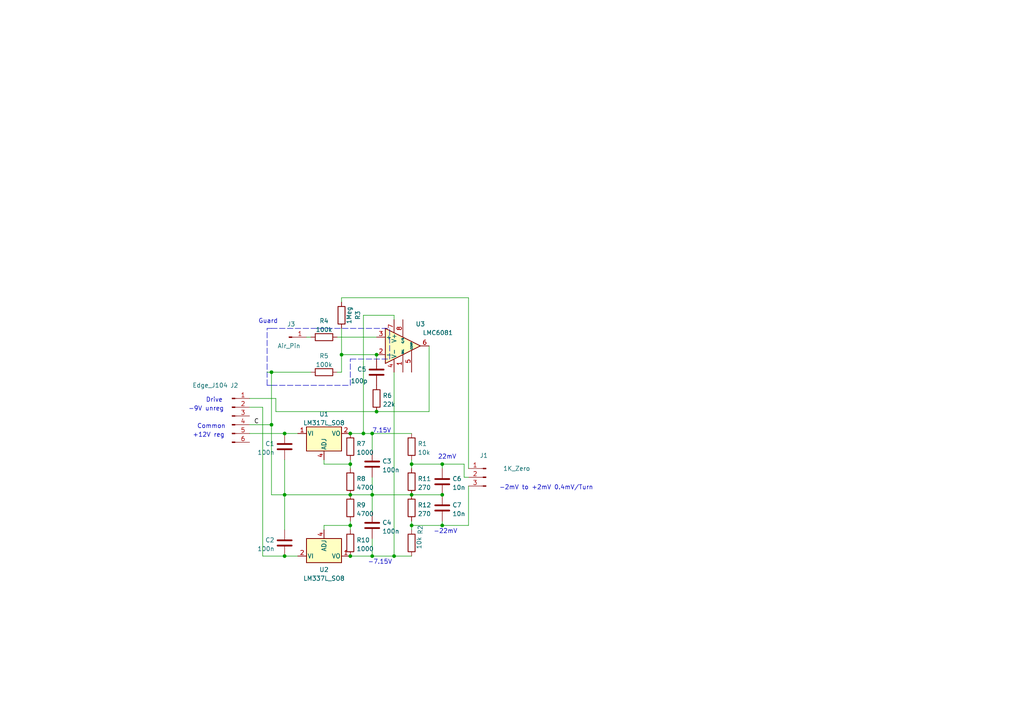
<source format=kicad_sch>
(kicad_sch (version 20211123) (generator eeschema)

  (uuid 5524f4b0-0902-4831-95ab-f231aa5f6674)

  (paper "A4")

  (lib_symbols
    (symbol "Amplifier_Operational:LT1012" (pin_names (offset 0.127)) (in_bom yes) (on_board yes)
      (property "Reference" "U" (id 0) (at 1.27 6.35 0)
        (effects (font (size 1.27 1.27)) (justify left))
      )
      (property "Value" "LT1012" (id 1) (at 1.27 3.81 0)
        (effects (font (size 1.27 1.27)) (justify left))
      )
      (property "Footprint" "" (id 2) (at 1.27 1.27 0)
        (effects (font (size 1.27 1.27)) hide)
      )
      (property "Datasheet" "https://www.analog.com/media/en/technical-documentation/data-sheets/lt1012.pdf" (id 3) (at 1.27 3.81 0)
        (effects (font (size 1.27 1.27)) hide)
      )
      (property "ki_keywords" "single opamp" (id 4) (at 0 0 0)
        (effects (font (size 1.27 1.27)) hide)
      )
      (property "ki_description" "Single Picoamp Input Current, Microvolt Offset, Low Noise Op Amp, DIP-8/SOIC-8/TO-5-8" (id 5) (at 0 0 0)
        (effects (font (size 1.27 1.27)) hide)
      )
      (property "ki_fp_filters" "DIP*W7.62mm* SOIC*3.9x4.9mm*P1.27mm* TO?5*" (id 6) (at 0 0 0)
        (effects (font (size 1.27 1.27)) hide)
      )
      (symbol "LT1012_0_1"
        (polyline
          (pts
            (xy -5.08 5.08)
            (xy 5.08 0)
            (xy -5.08 -5.08)
            (xy -5.08 5.08)
          )
          (stroke (width 0.254) (type default) (color 0 0 0 0))
          (fill (type background))
        )
      )
      (symbol "LT1012_1_1"
        (pin input line (at 0 -7.62 90) (length 5.08)
          (name "BAL" (effects (font (size 0.508 0.508))))
          (number "1" (effects (font (size 1.27 1.27))))
        )
        (pin input line (at -7.62 -2.54 0) (length 2.54)
          (name "-" (effects (font (size 1.27 1.27))))
          (number "2" (effects (font (size 1.27 1.27))))
        )
        (pin input line (at -7.62 2.54 0) (length 2.54)
          (name "+" (effects (font (size 1.27 1.27))))
          (number "3" (effects (font (size 1.27 1.27))))
        )
        (pin power_in line (at -2.54 -7.62 90) (length 3.81)
          (name "V-" (effects (font (size 1.27 1.27))))
          (number "4" (effects (font (size 1.27 1.27))))
        )
        (pin input line (at 2.54 -7.62 90) (length 6.35)
          (name "COMP" (effects (font (size 0.508 0.508))))
          (number "5" (effects (font (size 1.27 1.27))))
        )
        (pin output line (at 7.62 0 180) (length 2.54)
          (name "~" (effects (font (size 1.27 1.27))))
          (number "6" (effects (font (size 1.27 1.27))))
        )
        (pin power_in line (at -2.54 7.62 270) (length 3.81)
          (name "V+" (effects (font (size 1.27 1.27))))
          (number "7" (effects (font (size 1.27 1.27))))
        )
        (pin input line (at 0 7.62 270) (length 5.08)
          (name "C/B" (effects (font (size 0.508 0.508))))
          (number "8" (effects (font (size 1.27 1.27))))
        )
      )
    )
    (symbol "Connector:Conn_01x01_Male" (pin_names (offset 1.016) hide) (in_bom yes) (on_board yes)
      (property "Reference" "J" (id 0) (at 0 2.54 0)
        (effects (font (size 1.27 1.27)))
      )
      (property "Value" "Conn_01x01_Male" (id 1) (at 0 -2.54 0)
        (effects (font (size 1.27 1.27)))
      )
      (property "Footprint" "" (id 2) (at 0 0 0)
        (effects (font (size 1.27 1.27)) hide)
      )
      (property "Datasheet" "~" (id 3) (at 0 0 0)
        (effects (font (size 1.27 1.27)) hide)
      )
      (property "ki_keywords" "connector" (id 4) (at 0 0 0)
        (effects (font (size 1.27 1.27)) hide)
      )
      (property "ki_description" "Generic connector, single row, 01x01, script generated (kicad-library-utils/schlib/autogen/connector/)" (id 5) (at 0 0 0)
        (effects (font (size 1.27 1.27)) hide)
      )
      (property "ki_fp_filters" "Connector*:*" (id 6) (at 0 0 0)
        (effects (font (size 1.27 1.27)) hide)
      )
      (symbol "Conn_01x01_Male_1_1"
        (polyline
          (pts
            (xy 1.27 0)
            (xy 0.8636 0)
          )
          (stroke (width 0.1524) (type default) (color 0 0 0 0))
          (fill (type none))
        )
        (rectangle (start 0.8636 0.127) (end 0 -0.127)
          (stroke (width 0.1524) (type default) (color 0 0 0 0))
          (fill (type outline))
        )
        (pin passive line (at 5.08 0 180) (length 3.81)
          (name "Pin_1" (effects (font (size 1.27 1.27))))
          (number "1" (effects (font (size 1.27 1.27))))
        )
      )
    )
    (symbol "Connector:Conn_01x03_Male" (pin_names (offset 1.016) hide) (in_bom yes) (on_board yes)
      (property "Reference" "J" (id 0) (at 0 5.08 0)
        (effects (font (size 1.27 1.27)))
      )
      (property "Value" "Conn_01x03_Male" (id 1) (at 0 -5.08 0)
        (effects (font (size 1.27 1.27)))
      )
      (property "Footprint" "" (id 2) (at 0 0 0)
        (effects (font (size 1.27 1.27)) hide)
      )
      (property "Datasheet" "~" (id 3) (at 0 0 0)
        (effects (font (size 1.27 1.27)) hide)
      )
      (property "ki_keywords" "connector" (id 4) (at 0 0 0)
        (effects (font (size 1.27 1.27)) hide)
      )
      (property "ki_description" "Generic connector, single row, 01x03, script generated (kicad-library-utils/schlib/autogen/connector/)" (id 5) (at 0 0 0)
        (effects (font (size 1.27 1.27)) hide)
      )
      (property "ki_fp_filters" "Connector*:*_1x??_*" (id 6) (at 0 0 0)
        (effects (font (size 1.27 1.27)) hide)
      )
      (symbol "Conn_01x03_Male_1_1"
        (polyline
          (pts
            (xy 1.27 -2.54)
            (xy 0.8636 -2.54)
          )
          (stroke (width 0.1524) (type default) (color 0 0 0 0))
          (fill (type none))
        )
        (polyline
          (pts
            (xy 1.27 0)
            (xy 0.8636 0)
          )
          (stroke (width 0.1524) (type default) (color 0 0 0 0))
          (fill (type none))
        )
        (polyline
          (pts
            (xy 1.27 2.54)
            (xy 0.8636 2.54)
          )
          (stroke (width 0.1524) (type default) (color 0 0 0 0))
          (fill (type none))
        )
        (rectangle (start 0.8636 -2.413) (end 0 -2.667)
          (stroke (width 0.1524) (type default) (color 0 0 0 0))
          (fill (type outline))
        )
        (rectangle (start 0.8636 0.127) (end 0 -0.127)
          (stroke (width 0.1524) (type default) (color 0 0 0 0))
          (fill (type outline))
        )
        (rectangle (start 0.8636 2.667) (end 0 2.413)
          (stroke (width 0.1524) (type default) (color 0 0 0 0))
          (fill (type outline))
        )
        (pin passive line (at 5.08 2.54 180) (length 3.81)
          (name "Pin_1" (effects (font (size 1.27 1.27))))
          (number "1" (effects (font (size 1.27 1.27))))
        )
        (pin passive line (at 5.08 0 180) (length 3.81)
          (name "Pin_2" (effects (font (size 1.27 1.27))))
          (number "2" (effects (font (size 1.27 1.27))))
        )
        (pin passive line (at 5.08 -2.54 180) (length 3.81)
          (name "Pin_3" (effects (font (size 1.27 1.27))))
          (number "3" (effects (font (size 1.27 1.27))))
        )
      )
    )
    (symbol "Connector:Conn_01x06_Male" (pin_names (offset 1.016) hide) (in_bom yes) (on_board yes)
      (property "Reference" "J" (id 0) (at 0 7.62 0)
        (effects (font (size 1.27 1.27)))
      )
      (property "Value" "Conn_01x06_Male" (id 1) (at 0 -10.16 0)
        (effects (font (size 1.27 1.27)))
      )
      (property "Footprint" "" (id 2) (at 0 0 0)
        (effects (font (size 1.27 1.27)) hide)
      )
      (property "Datasheet" "~" (id 3) (at 0 0 0)
        (effects (font (size 1.27 1.27)) hide)
      )
      (property "ki_keywords" "connector" (id 4) (at 0 0 0)
        (effects (font (size 1.27 1.27)) hide)
      )
      (property "ki_description" "Generic connector, single row, 01x06, script generated (kicad-library-utils/schlib/autogen/connector/)" (id 5) (at 0 0 0)
        (effects (font (size 1.27 1.27)) hide)
      )
      (property "ki_fp_filters" "Connector*:*_1x??_*" (id 6) (at 0 0 0)
        (effects (font (size 1.27 1.27)) hide)
      )
      (symbol "Conn_01x06_Male_1_1"
        (polyline
          (pts
            (xy 1.27 -7.62)
            (xy 0.8636 -7.62)
          )
          (stroke (width 0.1524) (type default) (color 0 0 0 0))
          (fill (type none))
        )
        (polyline
          (pts
            (xy 1.27 -5.08)
            (xy 0.8636 -5.08)
          )
          (stroke (width 0.1524) (type default) (color 0 0 0 0))
          (fill (type none))
        )
        (polyline
          (pts
            (xy 1.27 -2.54)
            (xy 0.8636 -2.54)
          )
          (stroke (width 0.1524) (type default) (color 0 0 0 0))
          (fill (type none))
        )
        (polyline
          (pts
            (xy 1.27 0)
            (xy 0.8636 0)
          )
          (stroke (width 0.1524) (type default) (color 0 0 0 0))
          (fill (type none))
        )
        (polyline
          (pts
            (xy 1.27 2.54)
            (xy 0.8636 2.54)
          )
          (stroke (width 0.1524) (type default) (color 0 0 0 0))
          (fill (type none))
        )
        (polyline
          (pts
            (xy 1.27 5.08)
            (xy 0.8636 5.08)
          )
          (stroke (width 0.1524) (type default) (color 0 0 0 0))
          (fill (type none))
        )
        (rectangle (start 0.8636 -7.493) (end 0 -7.747)
          (stroke (width 0.1524) (type default) (color 0 0 0 0))
          (fill (type outline))
        )
        (rectangle (start 0.8636 -4.953) (end 0 -5.207)
          (stroke (width 0.1524) (type default) (color 0 0 0 0))
          (fill (type outline))
        )
        (rectangle (start 0.8636 -2.413) (end 0 -2.667)
          (stroke (width 0.1524) (type default) (color 0 0 0 0))
          (fill (type outline))
        )
        (rectangle (start 0.8636 0.127) (end 0 -0.127)
          (stroke (width 0.1524) (type default) (color 0 0 0 0))
          (fill (type outline))
        )
        (rectangle (start 0.8636 2.667) (end 0 2.413)
          (stroke (width 0.1524) (type default) (color 0 0 0 0))
          (fill (type outline))
        )
        (rectangle (start 0.8636 5.207) (end 0 4.953)
          (stroke (width 0.1524) (type default) (color 0 0 0 0))
          (fill (type outline))
        )
        (pin passive line (at 5.08 5.08 180) (length 3.81)
          (name "Pin_1" (effects (font (size 1.27 1.27))))
          (number "1" (effects (font (size 1.27 1.27))))
        )
        (pin passive line (at 5.08 2.54 180) (length 3.81)
          (name "Pin_2" (effects (font (size 1.27 1.27))))
          (number "2" (effects (font (size 1.27 1.27))))
        )
        (pin passive line (at 5.08 0 180) (length 3.81)
          (name "Pin_3" (effects (font (size 1.27 1.27))))
          (number "3" (effects (font (size 1.27 1.27))))
        )
        (pin passive line (at 5.08 -2.54 180) (length 3.81)
          (name "Pin_4" (effects (font (size 1.27 1.27))))
          (number "4" (effects (font (size 1.27 1.27))))
        )
        (pin passive line (at 5.08 -5.08 180) (length 3.81)
          (name "Pin_5" (effects (font (size 1.27 1.27))))
          (number "5" (effects (font (size 1.27 1.27))))
        )
        (pin passive line (at 5.08 -7.62 180) (length 3.81)
          (name "Pin_6" (effects (font (size 1.27 1.27))))
          (number "6" (effects (font (size 1.27 1.27))))
        )
      )
    )
    (symbol "Device:C" (pin_numbers hide) (pin_names (offset 0.254)) (in_bom yes) (on_board yes)
      (property "Reference" "C" (id 0) (at 0.635 2.54 0)
        (effects (font (size 1.27 1.27)) (justify left))
      )
      (property "Value" "C" (id 1) (at 0.635 -2.54 0)
        (effects (font (size 1.27 1.27)) (justify left))
      )
      (property "Footprint" "" (id 2) (at 0.9652 -3.81 0)
        (effects (font (size 1.27 1.27)) hide)
      )
      (property "Datasheet" "~" (id 3) (at 0 0 0)
        (effects (font (size 1.27 1.27)) hide)
      )
      (property "ki_keywords" "cap capacitor" (id 4) (at 0 0 0)
        (effects (font (size 1.27 1.27)) hide)
      )
      (property "ki_description" "Unpolarized capacitor" (id 5) (at 0 0 0)
        (effects (font (size 1.27 1.27)) hide)
      )
      (property "ki_fp_filters" "C_*" (id 6) (at 0 0 0)
        (effects (font (size 1.27 1.27)) hide)
      )
      (symbol "C_0_1"
        (polyline
          (pts
            (xy -2.032 -0.762)
            (xy 2.032 -0.762)
          )
          (stroke (width 0.508) (type default) (color 0 0 0 0))
          (fill (type none))
        )
        (polyline
          (pts
            (xy -2.032 0.762)
            (xy 2.032 0.762)
          )
          (stroke (width 0.508) (type default) (color 0 0 0 0))
          (fill (type none))
        )
      )
      (symbol "C_1_1"
        (pin passive line (at 0 3.81 270) (length 2.794)
          (name "~" (effects (font (size 1.27 1.27))))
          (number "1" (effects (font (size 1.27 1.27))))
        )
        (pin passive line (at 0 -3.81 90) (length 2.794)
          (name "~" (effects (font (size 1.27 1.27))))
          (number "2" (effects (font (size 1.27 1.27))))
        )
      )
    )
    (symbol "Device:R" (pin_numbers hide) (pin_names (offset 0)) (in_bom yes) (on_board yes)
      (property "Reference" "R" (id 0) (at 2.032 0 90)
        (effects (font (size 1.27 1.27)))
      )
      (property "Value" "R" (id 1) (at 0 0 90)
        (effects (font (size 1.27 1.27)))
      )
      (property "Footprint" "" (id 2) (at -1.778 0 90)
        (effects (font (size 1.27 1.27)) hide)
      )
      (property "Datasheet" "~" (id 3) (at 0 0 0)
        (effects (font (size 1.27 1.27)) hide)
      )
      (property "ki_keywords" "R res resistor" (id 4) (at 0 0 0)
        (effects (font (size 1.27 1.27)) hide)
      )
      (property "ki_description" "Resistor" (id 5) (at 0 0 0)
        (effects (font (size 1.27 1.27)) hide)
      )
      (property "ki_fp_filters" "R_*" (id 6) (at 0 0 0)
        (effects (font (size 1.27 1.27)) hide)
      )
      (symbol "R_0_1"
        (rectangle (start -1.016 -2.54) (end 1.016 2.54)
          (stroke (width 0.254) (type default) (color 0 0 0 0))
          (fill (type none))
        )
      )
      (symbol "R_1_1"
        (pin passive line (at 0 3.81 270) (length 1.27)
          (name "~" (effects (font (size 1.27 1.27))))
          (number "1" (effects (font (size 1.27 1.27))))
        )
        (pin passive line (at 0 -3.81 90) (length 1.27)
          (name "~" (effects (font (size 1.27 1.27))))
          (number "2" (effects (font (size 1.27 1.27))))
        )
      )
    )
    (symbol "Regulator_Linear:LM317L_SO8" (pin_names (offset 0.254)) (in_bom yes) (on_board yes)
      (property "Reference" "U" (id 0) (at -3.81 3.175 0)
        (effects (font (size 1.27 1.27)))
      )
      (property "Value" "LM317L_SO8" (id 1) (at 0 3.175 0)
        (effects (font (size 1.27 1.27)) (justify left))
      )
      (property "Footprint" "Package_SO:SOIC-8_3.9x4.9mm_P1.27mm" (id 2) (at 0 5.08 0)
        (effects (font (size 1.27 1.27) italic) hide)
      )
      (property "Datasheet" "http://www.ti.com/lit/ds/snvs775k/snvs775k.pdf" (id 3) (at 0 -5.08 0)
        (effects (font (size 1.27 1.27)) hide)
      )
      (property "ki_keywords" "Adjustable Voltage Regulator 100mA Positive" (id 4) (at 0 0 0)
        (effects (font (size 1.27 1.27)) hide)
      )
      (property "ki_description" "100mA 35V Adjustable Linear Regulator, SO-8" (id 5) (at 0 0 0)
        (effects (font (size 1.27 1.27)) hide)
      )
      (property "ki_fp_filters" "SOIC*3.9x4.9mm*P1.27mm*" (id 6) (at 0 0 0)
        (effects (font (size 1.27 1.27)) hide)
      )
      (symbol "LM317L_SO8_0_1"
        (rectangle (start -5.08 1.905) (end 5.08 -5.08)
          (stroke (width 0.254) (type default) (color 0 0 0 0))
          (fill (type background))
        )
      )
      (symbol "LM317L_SO8_1_1"
        (pin power_in line (at -7.62 0 0) (length 2.54)
          (name "VI" (effects (font (size 1.27 1.27))))
          (number "1" (effects (font (size 1.27 1.27))))
        )
        (pin power_out line (at 7.62 0 180) (length 2.54)
          (name "VO" (effects (font (size 1.27 1.27))))
          (number "2" (effects (font (size 1.27 1.27))))
        )
        (pin passive line (at 7.62 0 180) (length 2.54) hide
          (name "VO" (effects (font (size 1.27 1.27))))
          (number "3" (effects (font (size 1.27 1.27))))
        )
        (pin input line (at 0 -7.62 90) (length 2.54)
          (name "ADJ" (effects (font (size 1.27 1.27))))
          (number "4" (effects (font (size 1.27 1.27))))
        )
        (pin no_connect line (at -7.62 -2.54 0) (length 2.54) hide
          (name "NC" (effects (font (size 1.27 1.27))))
          (number "5" (effects (font (size 1.27 1.27))))
        )
        (pin passive line (at 7.62 0 180) (length 2.54) hide
          (name "VO" (effects (font (size 1.27 1.27))))
          (number "6" (effects (font (size 1.27 1.27))))
        )
        (pin passive line (at 7.62 0 180) (length 2.54) hide
          (name "VO" (effects (font (size 1.27 1.27))))
          (number "7" (effects (font (size 1.27 1.27))))
        )
        (pin no_connect line (at 7.62 -2.54 180) (length 2.54) hide
          (name "NC" (effects (font (size 1.27 1.27))))
          (number "8" (effects (font (size 1.27 1.27))))
        )
      )
    )
    (symbol "Regulator_Linear:LM337L_SO8" (pin_names (offset 0.254)) (in_bom yes) (on_board yes)
      (property "Reference" "U" (id 0) (at -3.81 -3.175 0)
        (effects (font (size 1.27 1.27)))
      )
      (property "Value" "LM337L_SO8" (id 1) (at 0 -3.175 0)
        (effects (font (size 1.27 1.27)) (justify left))
      )
      (property "Footprint" "Package_SO:SOIC-8_3.9x4.9mm_P1.27mm" (id 2) (at 0 -5.08 0)
        (effects (font (size 1.27 1.27) italic) hide)
      )
      (property "Datasheet" "http://www.ti.com/lit/ds/symlink/lm337l.pdf" (id 3) (at 0 0 0)
        (effects (font (size 1.27 1.27)) hide)
      )
      (property "ki_keywords" "Adjustable Negative Voltage Regulator 100mA" (id 4) (at 0 0 0)
        (effects (font (size 1.27 1.27)) hide)
      )
      (property "ki_description" "100mA 35V Adjustable Negative Linear Regulator, SO-8" (id 5) (at 0 0 0)
        (effects (font (size 1.27 1.27)) hide)
      )
      (property "ki_fp_filters" "SOIC*3.9x4.9mm*P1.27mm*" (id 6) (at 0 0 0)
        (effects (font (size 1.27 1.27)) hide)
      )
      (symbol "LM337L_SO8_0_1"
        (rectangle (start -5.08 5.08) (end 5.08 -1.905)
          (stroke (width 0.254) (type default) (color 0 0 0 0))
          (fill (type background))
        )
      )
      (symbol "LM337L_SO8_1_1"
        (pin power_out line (at 7.62 0 180) (length 2.54)
          (name "VO" (effects (font (size 1.27 1.27))))
          (number "1" (effects (font (size 1.27 1.27))))
        )
        (pin power_in line (at -7.62 0 0) (length 2.54)
          (name "VI" (effects (font (size 1.27 1.27))))
          (number "2" (effects (font (size 1.27 1.27))))
        )
        (pin passive line (at -7.62 0 0) (length 2.54) hide
          (name "VI" (effects (font (size 1.27 1.27))))
          (number "3" (effects (font (size 1.27 1.27))))
        )
        (pin input line (at 0 7.62 270) (length 2.54)
          (name "ADJ" (effects (font (size 1.27 1.27))))
          (number "4" (effects (font (size 1.27 1.27))))
        )
        (pin no_connect line (at -7.62 2.54 0) (length 2.54) hide
          (name "NC" (effects (font (size 1.27 1.27))))
          (number "5" (effects (font (size 1.27 1.27))))
        )
        (pin passive line (at -7.62 0 0) (length 2.54) hide
          (name "VI" (effects (font (size 1.27 1.27))))
          (number "6" (effects (font (size 1.27 1.27))))
        )
        (pin passive line (at -7.62 0 0) (length 2.54) hide
          (name "VI" (effects (font (size 1.27 1.27))))
          (number "7" (effects (font (size 1.27 1.27))))
        )
        (pin no_connect line (at 7.62 2.54 180) (length 2.54) hide
          (name "NC" (effects (font (size 1.27 1.27))))
          (number "8" (effects (font (size 1.27 1.27))))
        )
      )
    )
  )

  (junction (at 78.74 123.19) (diameter 0) (color 0 0 0 0)
    (uuid 1bc45cf7-7284-46d2-802b-334b771b2dba)
  )
  (junction (at 128.27 143.51) (diameter 0) (color 0 0 0 0)
    (uuid 1be0234a-ef87-4a27-af6a-aef872eeca89)
  )
  (junction (at 119.38 134.62) (diameter 0) (color 0 0 0 0)
    (uuid 29491d26-35f7-4ae0-825c-c8f5d7de9476)
  )
  (junction (at 109.22 102.87) (diameter 0) (color 0 0 0 0)
    (uuid 33d7033a-3087-452c-8639-bb41cc22c395)
  )
  (junction (at 107.95 143.51) (diameter 0) (color 0 0 0 0)
    (uuid 3b511759-ed5d-4b1f-9dbb-ccfb3fc9535c)
  )
  (junction (at 82.55 125.73) (diameter 0) (color 0 0 0 0)
    (uuid 42b2b7a8-51b8-4fe3-8ecb-2386ca8981ea)
  )
  (junction (at 82.55 161.29) (diameter 0) (color 0 0 0 0)
    (uuid 47ed3dc5-fe86-4412-b371-c887fcf65be5)
  )
  (junction (at 99.06 102.87) (diameter 0) (color 0 0 0 0)
    (uuid 4df09e37-0f43-4606-9bca-7e6608a46e97)
  )
  (junction (at 114.3 161.29) (diameter 0) (color 0 0 0 0)
    (uuid 70af56d4-6b44-467c-8f86-73d92129e035)
  )
  (junction (at 82.55 143.51) (diameter 0) (color 0 0 0 0)
    (uuid 9554719d-2cc9-4116-8f54-ee33a4f77b8f)
  )
  (junction (at 107.95 125.73) (diameter 0) (color 0 0 0 0)
    (uuid 99ec14b8-dbe5-4a5b-a497-9795fcac6851)
  )
  (junction (at 105.41 125.73) (diameter 0) (color 0 0 0 0)
    (uuid a73dbe25-48ba-469c-9972-a984140776be)
  )
  (junction (at 109.22 119.38) (diameter 0) (color 0 0 0 0)
    (uuid a8f0e897-8e0f-430a-9d4d-844efb2ad3ef)
  )
  (junction (at 101.6 152.4) (diameter 0) (color 0 0 0 0)
    (uuid ac763144-bcf6-493c-8fa2-6f9623b47f2f)
  )
  (junction (at 107.95 161.29) (diameter 0) (color 0 0 0 0)
    (uuid b16c2cdd-6d59-4596-b8be-dbf96b314ab3)
  )
  (junction (at 119.38 143.51) (diameter 0) (color 0 0 0 0)
    (uuid b5d2aff2-1618-4387-9be4-39e212c50781)
  )
  (junction (at 101.6 134.62) (diameter 0) (color 0 0 0 0)
    (uuid cc3c8e9b-2dc2-4dab-a499-5423bab1bb0c)
  )
  (junction (at 78.74 107.95) (diameter 0) (color 0 0 0 0)
    (uuid cd9fcf19-8602-43ff-af02-660b633f2600)
  )
  (junction (at 101.6 125.73) (diameter 0) (color 0 0 0 0)
    (uuid df232fa9-03e2-48e0-8453-8565044e65b0)
  )
  (junction (at 128.27 134.62) (diameter 0) (color 0 0 0 0)
    (uuid e2d14120-d046-4043-aa23-fc57f2ec3610)
  )
  (junction (at 101.6 161.29) (diameter 0) (color 0 0 0 0)
    (uuid ea3258dd-57d9-4f48-96be-614731cbcf38)
  )
  (junction (at 101.6 143.51) (diameter 0) (color 0 0 0 0)
    (uuid ed9a1dc5-e9d8-47c6-b6dd-13542d109c60)
  )
  (junction (at 119.38 152.4) (diameter 0) (color 0 0 0 0)
    (uuid efd5f92b-6f08-4f6b-b90f-bfa4797d8b00)
  )
  (junction (at 128.27 152.4) (diameter 0) (color 0 0 0 0)
    (uuid fc3bf1d6-a429-400d-8a56-9be62ef54d64)
  )

  (wire (pts (xy 99.06 86.36) (xy 135.89 86.36))
    (stroke (width 0) (type default) (color 0 0 0 0))
    (uuid 04e47d81-e947-4b8e-b990-8639095aa821)
  )
  (wire (pts (xy 99.06 86.36) (xy 99.06 87.63))
    (stroke (width 0) (type default) (color 0 0 0 0))
    (uuid 0aa4819e-56a7-4e5a-81bf-36476edab0b2)
  )
  (wire (pts (xy 99.06 95.25) (xy 99.06 102.87))
    (stroke (width 0) (type default) (color 0 0 0 0))
    (uuid 0c146d5b-3b3d-4076-86c9-20ffc1f0f3e7)
  )
  (wire (pts (xy 109.22 119.38) (xy 124.46 119.38))
    (stroke (width 0) (type default) (color 0 0 0 0))
    (uuid 0f592e18-e8ad-439a-a9a7-313b6b41e243)
  )
  (wire (pts (xy 76.2 118.11) (xy 76.2 161.29))
    (stroke (width 0) (type default) (color 0 0 0 0))
    (uuid 12c1cb88-07bf-404a-b378-b2aa06a5c606)
  )
  (wire (pts (xy 101.6 125.73) (xy 105.41 125.73))
    (stroke (width 0) (type default) (color 0 0 0 0))
    (uuid 134aaaed-0823-4b5e-b48f-2193caa7d7e7)
  )
  (wire (pts (xy 119.38 152.4) (xy 128.27 152.4))
    (stroke (width 0) (type default) (color 0 0 0 0))
    (uuid 21b2f9fb-97c1-417b-b4d0-6d7039929ada)
  )
  (wire (pts (xy 99.06 102.87) (xy 109.22 102.87))
    (stroke (width 0) (type default) (color 0 0 0 0))
    (uuid 22c68d45-b304-4347-909d-97374a3841b9)
  )
  (wire (pts (xy 105.41 91.44) (xy 114.3 91.44))
    (stroke (width 0) (type default) (color 0 0 0 0))
    (uuid 28ddae4b-7738-4cd1-b540-1474c6cff524)
  )
  (wire (pts (xy 101.6 134.62) (xy 101.6 135.89))
    (stroke (width 0) (type default) (color 0 0 0 0))
    (uuid 2b4fc770-f74c-41f6-95af-132780ccd6ea)
  )
  (wire (pts (xy 80.01 119.38) (xy 109.22 119.38))
    (stroke (width 0) (type default) (color 0 0 0 0))
    (uuid 2f6b51ee-19a9-49be-b269-10973ea101d2)
  )
  (wire (pts (xy 128.27 151.13) (xy 128.27 152.4))
    (stroke (width 0) (type default) (color 0 0 0 0))
    (uuid 2f91c168-1d12-49e9-8840-4d4c519ce7b9)
  )
  (wire (pts (xy 119.38 133.35) (xy 119.38 134.62))
    (stroke (width 0) (type default) (color 0 0 0 0))
    (uuid 2fea3ae0-8fa6-4b59-b0d0-a7001b8f70a7)
  )
  (polyline (pts (xy 113.03 104.14) (xy 113.03 95.25))
    (stroke (width 0) (type default) (color 0 0 0 0))
    (uuid 308a968b-0b43-4459-9c14-8dca64579fa1)
  )

  (wire (pts (xy 135.89 138.43) (xy 134.62 138.43))
    (stroke (width 0) (type default) (color 0 0 0 0))
    (uuid 3c12da63-a6c6-4b32-a743-957f4674edc7)
  )
  (wire (pts (xy 119.38 161.29) (xy 114.3 161.29))
    (stroke (width 0) (type default) (color 0 0 0 0))
    (uuid 3cd3817c-78d0-4349-9ba2-e92bd4850b65)
  )
  (polyline (pts (xy 77.47 111.76) (xy 77.47 95.25))
    (stroke (width 0) (type default) (color 0 0 0 0))
    (uuid 3ce48980-d31d-44f7-8a14-32db0d27ba5a)
  )

  (wire (pts (xy 72.39 125.73) (xy 82.55 125.73))
    (stroke (width 0) (type default) (color 0 0 0 0))
    (uuid 41adf1fa-c390-4f2c-8a70-151259bc9d95)
  )
  (wire (pts (xy 82.55 161.29) (xy 86.36 161.29))
    (stroke (width 0) (type default) (color 0 0 0 0))
    (uuid 44d00878-96b8-4589-b3b8-bbd7f9075cc8)
  )
  (wire (pts (xy 99.06 102.87) (xy 99.06 107.95))
    (stroke (width 0) (type default) (color 0 0 0 0))
    (uuid 478b1d95-ea87-4813-8bf8-50a4f8691d18)
  )
  (polyline (pts (xy 101.6 104.14) (xy 113.03 104.14))
    (stroke (width 0) (type default) (color 0 0 0 0))
    (uuid 4fcfe00e-a800-42a3-9eaf-38fc36fba136)
  )

  (wire (pts (xy 72.39 115.57) (xy 80.01 115.57))
    (stroke (width 0) (type default) (color 0 0 0 0))
    (uuid 551a1563-c520-439c-b00f-0a886289e8dd)
  )
  (polyline (pts (xy 101.6 111.76) (xy 101.6 104.14))
    (stroke (width 0) (type default) (color 0 0 0 0))
    (uuid 55f533f7-b0b2-423d-bb7c-87c84711614b)
  )

  (wire (pts (xy 101.6 134.62) (xy 93.98 134.62))
    (stroke (width 0) (type default) (color 0 0 0 0))
    (uuid 56322e35-8fe9-4e53-a6c3-7f98d9237026)
  )
  (wire (pts (xy 82.55 143.51) (xy 101.6 143.51))
    (stroke (width 0) (type default) (color 0 0 0 0))
    (uuid 59c8c105-9880-4a03-8f3c-bbf96322c8c1)
  )
  (wire (pts (xy 119.38 143.51) (xy 128.27 143.51))
    (stroke (width 0) (type default) (color 0 0 0 0))
    (uuid 5c22942c-add6-48c1-9b76-27adfa139f64)
  )
  (wire (pts (xy 109.22 104.14) (xy 109.22 102.87))
    (stroke (width 0) (type default) (color 0 0 0 0))
    (uuid 5cafb8d2-18c4-49d1-9592-ed16553f7896)
  )
  (wire (pts (xy 78.74 123.19) (xy 78.74 143.51))
    (stroke (width 0) (type default) (color 0 0 0 0))
    (uuid 61ffabfa-4504-4616-b1d1-b5dd24bca131)
  )
  (polyline (pts (xy 78.74 111.76) (xy 77.47 111.76))
    (stroke (width 0) (type default) (color 0 0 0 0))
    (uuid 693efb83-b96f-4641-95cb-4acf7fff389e)
  )

  (wire (pts (xy 78.74 107.95) (xy 90.17 107.95))
    (stroke (width 0) (type default) (color 0 0 0 0))
    (uuid 6a440fd0-ce40-4719-aa14-8deb0078c07d)
  )
  (wire (pts (xy 82.55 133.35) (xy 82.55 143.51))
    (stroke (width 0) (type default) (color 0 0 0 0))
    (uuid 6ac26026-048b-4799-8aae-f129bd4832b8)
  )
  (wire (pts (xy 93.98 134.62) (xy 93.98 133.35))
    (stroke (width 0) (type default) (color 0 0 0 0))
    (uuid 6aeae129-011b-4508-97aa-8ed4600f46d0)
  )
  (wire (pts (xy 119.38 151.13) (xy 119.38 152.4))
    (stroke (width 0) (type default) (color 0 0 0 0))
    (uuid 6ed7c071-63c3-4aba-b5b5-e00464b97a82)
  )
  (wire (pts (xy 135.89 135.89) (xy 135.89 86.36))
    (stroke (width 0) (type default) (color 0 0 0 0))
    (uuid 7184daa7-c25d-42a8-b407-f721cb49fec4)
  )
  (wire (pts (xy 101.6 161.29) (xy 107.95 161.29))
    (stroke (width 0) (type default) (color 0 0 0 0))
    (uuid 7353ac01-e674-4b04-9dc2-54575562e0bc)
  )
  (wire (pts (xy 107.95 161.29) (xy 114.3 161.29))
    (stroke (width 0) (type default) (color 0 0 0 0))
    (uuid 7603b7a1-558c-4d3e-a608-1d1e4ee04226)
  )
  (wire (pts (xy 82.55 161.29) (xy 76.2 161.29))
    (stroke (width 0) (type default) (color 0 0 0 0))
    (uuid 7980b2d8-8c98-4360-bd61-a817d7b002ea)
  )
  (wire (pts (xy 78.74 123.19) (xy 78.74 107.95))
    (stroke (width 0) (type default) (color 0 0 0 0))
    (uuid 7b81ada3-e521-43f3-9a85-685a61abc4d8)
  )
  (wire (pts (xy 114.3 91.44) (xy 114.3 92.71))
    (stroke (width 0) (type default) (color 0 0 0 0))
    (uuid 7e4db0f4-7dec-4352-82b5-21e2ea567d4f)
  )
  (polyline (pts (xy 78.74 111.76) (xy 101.6 111.76))
    (stroke (width 0) (type default) (color 0 0 0 0))
    (uuid 809427e2-8d29-4852-ac86-d54007553a2e)
  )

  (wire (pts (xy 105.41 125.73) (xy 105.41 91.44))
    (stroke (width 0) (type default) (color 0 0 0 0))
    (uuid 80b8c84a-6f91-41de-b7b6-784ce35b9b7c)
  )
  (polyline (pts (xy 77.47 95.25) (xy 78.74 95.25))
    (stroke (width 0) (type default) (color 0 0 0 0))
    (uuid 826747a3-b79d-4c8a-9441-1962565372f8)
  )

  (wire (pts (xy 77.47 107.95) (xy 78.74 107.95))
    (stroke (width 0) (type default) (color 0 0 0 0))
    (uuid 83b652e2-41d7-4e94-bb86-b8ffb7d82fba)
  )
  (wire (pts (xy 107.95 130.81) (xy 107.95 125.73))
    (stroke (width 0) (type default) (color 0 0 0 0))
    (uuid 84c9f5b9-e5ea-4605-a3aa-aa0eb85357af)
  )
  (wire (pts (xy 97.79 97.79) (xy 109.22 97.79))
    (stroke (width 0) (type default) (color 0 0 0 0))
    (uuid 85d92249-64c7-4904-8df1-163ca449200c)
  )
  (wire (pts (xy 82.55 125.73) (xy 86.36 125.73))
    (stroke (width 0) (type default) (color 0 0 0 0))
    (uuid 871d3fa4-a96e-4730-b7e7-9b44ca6d23bf)
  )
  (wire (pts (xy 119.38 152.4) (xy 119.38 153.67))
    (stroke (width 0) (type default) (color 0 0 0 0))
    (uuid 8cfc2c0f-6eb5-408e-958b-2df0f78fd322)
  )
  (wire (pts (xy 101.6 143.51) (xy 107.95 143.51))
    (stroke (width 0) (type default) (color 0 0 0 0))
    (uuid 90e23582-eccd-4cb6-9510-d4caff115ead)
  )
  (wire (pts (xy 101.6 151.13) (xy 101.6 152.4))
    (stroke (width 0) (type default) (color 0 0 0 0))
    (uuid 9655ad6d-177d-4e34-8789-a4c720faa383)
  )
  (polyline (pts (xy 78.74 95.25) (xy 113.03 95.25))
    (stroke (width 0) (type default) (color 0 0 0 0))
    (uuid 9bf55524-fb37-4e66-bbc3-91f816e2c311)
  )

  (wire (pts (xy 80.01 115.57) (xy 80.01 119.38))
    (stroke (width 0) (type default) (color 0 0 0 0))
    (uuid a4409f32-4e47-4b17-8f57-98870790dcaa)
  )
  (wire (pts (xy 107.95 156.21) (xy 107.95 161.29))
    (stroke (width 0) (type default) (color 0 0 0 0))
    (uuid a4ce4a50-a96d-4a76-87b5-55ee04cb1b6c)
  )
  (wire (pts (xy 107.95 143.51) (xy 119.38 143.51))
    (stroke (width 0) (type default) (color 0 0 0 0))
    (uuid a52a02cc-21ec-40a6-b08f-5640f764405d)
  )
  (wire (pts (xy 128.27 134.62) (xy 119.38 134.62))
    (stroke (width 0) (type default) (color 0 0 0 0))
    (uuid a69612fb-0edb-402f-88ee-ecabee9df7c2)
  )
  (wire (pts (xy 124.46 100.33) (xy 124.46 119.38))
    (stroke (width 0) (type default) (color 0 0 0 0))
    (uuid a7298038-5c28-41eb-8131-169b2cfa94d2)
  )
  (wire (pts (xy 107.95 143.51) (xy 107.95 148.59))
    (stroke (width 0) (type default) (color 0 0 0 0))
    (uuid b1946ec7-180b-456a-a821-2c59ecdd047f)
  )
  (wire (pts (xy 72.39 123.19) (xy 78.74 123.19))
    (stroke (width 0) (type default) (color 0 0 0 0))
    (uuid b99bfdea-9a7b-4dd9-b4bd-43fcdc356ffa)
  )
  (wire (pts (xy 88.9 97.79) (xy 90.17 97.79))
    (stroke (width 0) (type default) (color 0 0 0 0))
    (uuid be84d899-0346-49d0-9dfb-2c47a7e1dfdd)
  )
  (wire (pts (xy 128.27 134.62) (xy 134.62 134.62))
    (stroke (width 0) (type default) (color 0 0 0 0))
    (uuid bff83ea5-7141-4bef-94e2-ead9ffd49591)
  )
  (wire (pts (xy 105.41 125.73) (xy 107.95 125.73))
    (stroke (width 0) (type default) (color 0 0 0 0))
    (uuid c1329ce0-2bc5-4e3f-9f7b-576d0016fbba)
  )
  (wire (pts (xy 114.3 107.95) (xy 114.3 161.29))
    (stroke (width 0) (type default) (color 0 0 0 0))
    (uuid d49af139-2f87-4414-8589-498cef856fea)
  )
  (wire (pts (xy 128.27 152.4) (xy 135.89 152.4))
    (stroke (width 0) (type default) (color 0 0 0 0))
    (uuid d980ec84-bbba-4c35-bb56-3cb0af83f9f5)
  )
  (wire (pts (xy 101.6 152.4) (xy 101.6 153.67))
    (stroke (width 0) (type default) (color 0 0 0 0))
    (uuid daa04698-ab05-49d9-89a5-f5f88e4d66bb)
  )
  (wire (pts (xy 128.27 135.89) (xy 128.27 134.62))
    (stroke (width 0) (type default) (color 0 0 0 0))
    (uuid dc7b66fc-2e7c-44c9-b33b-fca8091ac942)
  )
  (wire (pts (xy 78.74 143.51) (xy 82.55 143.51))
    (stroke (width 0) (type default) (color 0 0 0 0))
    (uuid dcd35034-f588-4e11-9500-5b0f3a3a998c)
  )
  (wire (pts (xy 82.55 143.51) (xy 82.55 153.67))
    (stroke (width 0) (type default) (color 0 0 0 0))
    (uuid de7de185-ab6f-4e45-a36f-f3d3b29f7f53)
  )
  (wire (pts (xy 101.6 152.4) (xy 93.98 152.4))
    (stroke (width 0) (type default) (color 0 0 0 0))
    (uuid e2d8972b-9e67-43f3-840c-d46a8b33d386)
  )
  (wire (pts (xy 107.95 138.43) (xy 107.95 143.51))
    (stroke (width 0) (type default) (color 0 0 0 0))
    (uuid e4ada03d-962a-493d-a332-66400dd0f8b4)
  )
  (wire (pts (xy 99.06 107.95) (xy 97.79 107.95))
    (stroke (width 0) (type default) (color 0 0 0 0))
    (uuid ef1f987a-3f5b-4e60-9d93-7f40a8d833a6)
  )
  (wire (pts (xy 101.6 133.35) (xy 101.6 134.62))
    (stroke (width 0) (type default) (color 0 0 0 0))
    (uuid f03d5abb-ac5f-4a4b-ab3c-280093f075e9)
  )
  (wire (pts (xy 119.38 134.62) (xy 119.38 135.89))
    (stroke (width 0) (type default) (color 0 0 0 0))
    (uuid f599243d-9ecc-4029-b8fd-5920f78cab59)
  )
  (wire (pts (xy 134.62 138.43) (xy 134.62 134.62))
    (stroke (width 0) (type default) (color 0 0 0 0))
    (uuid f9c4fd49-eb57-4372-bc2e-a485e1f1e9bc)
  )
  (wire (pts (xy 93.98 152.4) (xy 93.98 153.67))
    (stroke (width 0) (type default) (color 0 0 0 0))
    (uuid fbac044e-d3d6-4dfb-bb99-ac87ec209920)
  )
  (wire (pts (xy 72.39 118.11) (xy 76.2 118.11))
    (stroke (width 0) (type default) (color 0 0 0 0))
    (uuid fccde065-14e1-4d22-8cc6-5dfdd88df695)
  )
  (wire (pts (xy 107.95 125.73) (xy 119.38 125.73))
    (stroke (width 0) (type default) (color 0 0 0 0))
    (uuid fcfa8af6-e951-4474-b8b2-02a8de4135c2)
  )
  (wire (pts (xy 135.89 140.97) (xy 135.89 152.4))
    (stroke (width 0) (type default) (color 0 0 0 0))
    (uuid fee404a7-ee6b-46b8-81c8-fa417044fae4)
  )

  (text "-7.15V" (at 106.68 163.83 0)
    (effects (font (size 1.27 1.27)) (justify left bottom))
    (uuid 100c3c2a-3c0d-4183-8e95-1fb706b1072d)
  )
  (text "Guard" (at 74.93 93.98 0)
    (effects (font (size 1.27 1.27)) (justify left bottom))
    (uuid 3b2609b8-a0b3-4d2d-9e61-621c41b3f993)
  )
  (text "Common" (at 57.15 124.46 0)
    (effects (font (size 1.27 1.27)) (justify left bottom))
    (uuid 66038357-8415-4998-8861-244fcfd58378)
  )
  (text "+12V reg\n" (at 55.88 127 0)
    (effects (font (size 1.27 1.27)) (justify left bottom))
    (uuid 8680cb0b-d645-4a3c-a84d-fc6652da47b5)
  )
  (text "7.15V" (at 107.95 125.73 0)
    (effects (font (size 1.27 1.27)) (justify left bottom))
    (uuid b908fb64-ed2b-4ad7-9d8c-46e2424876f6)
  )
  (text "-2mV to +2mV 0.4mV/Turn" (at 144.78 142.24 0)
    (effects (font (size 1.27 1.27)) (justify left bottom))
    (uuid c1dc117c-f6df-4489-8d98-e0ec15f7913d)
  )
  (text "22mV" (at 127 133.35 0)
    (effects (font (size 1.27 1.27)) (justify left bottom))
    (uuid dd24a41a-1b88-4abe-8424-0f23cd1353dd)
  )
  (text "-9V unreg" (at 54.61 119.38 0)
    (effects (font (size 1.27 1.27)) (justify left bottom))
    (uuid e8202627-b668-474f-96f1-9e2b4800dd2f)
  )
  (text "-22mV" (at 125.73 154.94 0)
    (effects (font (size 1.27 1.27)) (justify left bottom))
    (uuid eab02e61-8c9c-4bc7-9481-9b6a4a0699e5)
  )
  (text "Drive" (at 59.69 116.84 0)
    (effects (font (size 1.27 1.27)) (justify left bottom))
    (uuid ed982514-9a9b-478e-8934-ddcf78bdd545)
  )

  (label "C" (at 73.66 123.19 0)
    (effects (font (size 1.27 1.27)) (justify left bottom))
    (uuid 8ab08807-5ac1-45ed-83ed-8a68fe0a5633)
  )

  (symbol (lib_id "Connector:Conn_01x03_Male") (at 140.97 138.43 0) (mirror y) (unit 1)
    (in_bom yes) (on_board yes)
    (uuid 0820b14b-e8b5-4939-af5b-0ceceeff31c2)
    (property "Reference" "J1" (id 0) (at 140.335 132.114 0))
    (property "Value" "1K_Zero" (id 1) (at 149.86 135.89 0))
    (property "Footprint" "Connector_PinHeader_2.54mm:PinHeader_1x03_P2.54mm_Vertical" (id 2) (at 140.97 138.43 0)
      (effects (font (size 1.27 1.27)) hide)
    )
    (property "Datasheet" "~" (id 3) (at 140.97 138.43 0)
      (effects (font (size 1.27 1.27)) hide)
    )
    (pin "1" (uuid 48514734-94cb-460a-bb62-859d09a183d1))
    (pin "2" (uuid a0b4e451-a1bb-4f50-aec5-179fe37a9c6d))
    (pin "3" (uuid 00cbde8f-6006-4ffe-aea8-d95ebcc31f7e))
  )

  (symbol (lib_id "Device:R") (at 109.22 115.57 180) (unit 1)
    (in_bom yes) (on_board yes) (fields_autoplaced)
    (uuid 2a35d0b6-1dc9-4edb-b02c-50ba04103410)
    (property "Reference" "R6" (id 0) (at 110.998 114.7353 0)
      (effects (font (size 1.27 1.27)) (justify right))
    )
    (property "Value" "22k" (id 1) (at 110.998 117.2722 0)
      (effects (font (size 1.27 1.27)) (justify right))
    )
    (property "Footprint" "Resistor_SMD:R_0805_2012Metric" (id 2) (at 110.998 115.57 90)
      (effects (font (size 1.27 1.27)) hide)
    )
    (property "Datasheet" "~" (id 3) (at 109.22 115.57 0)
      (effects (font (size 1.27 1.27)) hide)
    )
    (pin "1" (uuid 63239cc8-781b-4680-8678-8b7a10795e12))
    (pin "2" (uuid e5ca764d-c5e3-45f8-be7a-8fe5091ce40d))
  )

  (symbol (lib_id "Device:R") (at 119.38 147.32 180) (unit 1)
    (in_bom yes) (on_board yes) (fields_autoplaced)
    (uuid 37edc3e1-ecf8-4c60-8aff-b9596b09c4b4)
    (property "Reference" "R12" (id 0) (at 121.158 146.4853 0)
      (effects (font (size 1.27 1.27)) (justify right))
    )
    (property "Value" "270" (id 1) (at 121.158 149.0222 0)
      (effects (font (size 1.27 1.27)) (justify right))
    )
    (property "Footprint" "Resistor_SMD:R_0805_2012Metric" (id 2) (at 121.158 147.32 90)
      (effects (font (size 1.27 1.27)) hide)
    )
    (property "Datasheet" "~" (id 3) (at 119.38 147.32 0)
      (effects (font (size 1.27 1.27)) hide)
    )
    (pin "1" (uuid ff3ac3f2-5604-45c8-acd7-3d26248e9933))
    (pin "2" (uuid 41ad39bf-a759-4542-b90f-ed5eecc11224))
  )

  (symbol (lib_id "Device:R") (at 101.6 139.7 180) (unit 1)
    (in_bom yes) (on_board yes) (fields_autoplaced)
    (uuid 3993b9b2-0376-4c42-b03b-47d8a59c5535)
    (property "Reference" "R8" (id 0) (at 103.378 138.8653 0)
      (effects (font (size 1.27 1.27)) (justify right))
    )
    (property "Value" "4700" (id 1) (at 103.378 141.4022 0)
      (effects (font (size 1.27 1.27)) (justify right))
    )
    (property "Footprint" "Resistor_SMD:R_0805_2012Metric" (id 2) (at 103.378 139.7 90)
      (effects (font (size 1.27 1.27)) hide)
    )
    (property "Datasheet" "~" (id 3) (at 101.6 139.7 0)
      (effects (font (size 1.27 1.27)) hide)
    )
    (pin "1" (uuid f9421df1-074d-4351-b60c-d2b059f3490b))
    (pin "2" (uuid 2a6e74e7-eca5-425e-8f1f-af591f5e9b92))
  )

  (symbol (lib_id "Device:R") (at 101.6 147.32 180) (unit 1)
    (in_bom yes) (on_board yes) (fields_autoplaced)
    (uuid 3c80fc87-db06-460d-a64a-9a63673e3786)
    (property "Reference" "R9" (id 0) (at 103.378 146.4853 0)
      (effects (font (size 1.27 1.27)) (justify right))
    )
    (property "Value" "4700" (id 1) (at 103.378 149.0222 0)
      (effects (font (size 1.27 1.27)) (justify right))
    )
    (property "Footprint" "Resistor_SMD:R_0805_2012Metric" (id 2) (at 103.378 147.32 90)
      (effects (font (size 1.27 1.27)) hide)
    )
    (property "Datasheet" "~" (id 3) (at 101.6 147.32 0)
      (effects (font (size 1.27 1.27)) hide)
    )
    (pin "1" (uuid 53820995-e91b-4aed-874d-c3edcddbaa93))
    (pin "2" (uuid 6c2b1c41-621b-43ce-9cc7-d23a6aa5a7fc))
  )

  (symbol (lib_id "Device:R") (at 119.38 157.48 180) (unit 1)
    (in_bom yes) (on_board yes)
    (uuid 4f6d5307-ce1a-4a55-9cb7-d138c46082aa)
    (property "Reference" "R2" (id 0) (at 121.92 153.67 90))
    (property "Value" "10k" (id 1) (at 121.5589 157.48 90))
    (property "Footprint" "Resistor_SMD:R_0805_2012Metric" (id 2) (at 121.158 157.48 90)
      (effects (font (size 1.27 1.27)) hide)
    )
    (property "Datasheet" "~" (id 3) (at 119.38 157.48 0)
      (effects (font (size 1.27 1.27)) hide)
    )
    (pin "1" (uuid 4af52636-15dc-48a7-a3fa-c8e2d51fcdbb))
    (pin "2" (uuid 123ee54f-0cd9-4dae-8af0-adf83c943a89))
  )

  (symbol (lib_id "Device:R") (at 101.6 129.54 180) (unit 1)
    (in_bom yes) (on_board yes) (fields_autoplaced)
    (uuid 558ef607-6fe5-4279-a341-86f3dcf6854e)
    (property "Reference" "R7" (id 0) (at 103.378 128.7053 0)
      (effects (font (size 1.27 1.27)) (justify right))
    )
    (property "Value" "1000" (id 1) (at 103.378 131.2422 0)
      (effects (font (size 1.27 1.27)) (justify right))
    )
    (property "Footprint" "Resistor_SMD:R_0805_2012Metric" (id 2) (at 103.378 129.54 90)
      (effects (font (size 1.27 1.27)) hide)
    )
    (property "Datasheet" "~" (id 3) (at 101.6 129.54 0)
      (effects (font (size 1.27 1.27)) hide)
    )
    (pin "1" (uuid 03c19e9d-0fb4-4331-bca2-df880f22830f))
    (pin "2" (uuid aeff30f3-a7ef-4479-8cd5-55ad5cda8ac4))
  )

  (symbol (lib_id "Device:C") (at 109.22 107.95 0) (mirror x) (unit 1)
    (in_bom yes) (on_board yes)
    (uuid 611ad362-6165-410e-8df3-13614d1f68bc)
    (property "Reference" "C5" (id 0) (at 106.299 107.1153 0)
      (effects (font (size 1.27 1.27)) (justify right))
    )
    (property "Value" "100p" (id 1) (at 106.68 110.49 0)
      (effects (font (size 1.27 1.27)) (justify right))
    )
    (property "Footprint" "Capacitor_THT:C_Rect_L10.0mm_W2.5mm_P7.50mm_MKS4" (id 2) (at 110.1852 104.14 0)
      (effects (font (size 1.27 1.27)) hide)
    )
    (property "Datasheet" "~" (id 3) (at 109.22 107.95 0)
      (effects (font (size 1.27 1.27)) hide)
    )
    (pin "1" (uuid c153117d-8a6e-4048-b120-dbbc029135ce))
    (pin "2" (uuid b2c8324c-d16f-4f07-95dd-9162159bb9f6))
  )

  (symbol (lib_id "Connector:Conn_01x01_Male") (at 83.82 97.79 0) (unit 1)
    (in_bom yes) (on_board yes)
    (uuid 6228404a-72fd-468f-99c2-2beecf0a600b)
    (property "Reference" "J3" (id 0) (at 84.455 94.014 0))
    (property "Value" "Air_Pin" (id 1) (at 83.82 100.33 0))
    (property "Footprint" "TestPoint:TestPoint_Pad_D2.0mm" (id 2) (at 83.82 97.79 0)
      (effects (font (size 1.27 1.27)) hide)
    )
    (property "Datasheet" "~" (id 3) (at 83.82 97.79 0)
      (effects (font (size 1.27 1.27)) hide)
    )
    (pin "1" (uuid f7b4fedb-b94f-4db3-92c1-618542c314a6))
  )

  (symbol (lib_id "Regulator_Linear:LM317L_SO8") (at 93.98 125.73 0) (unit 1)
    (in_bom yes) (on_board yes) (fields_autoplaced)
    (uuid 667b26d3-8001-4a6d-9f64-29896794f7a5)
    (property "Reference" "U1" (id 0) (at 93.98 120.1252 0))
    (property "Value" "LM317L_SO8" (id 1) (at 93.98 122.6621 0))
    (property "Footprint" "Package_SO:SOIC-8_3.9x4.9mm_P1.27mm" (id 2) (at 93.98 120.65 0)
      (effects (font (size 1.27 1.27) italic) hide)
    )
    (property "Datasheet" "http://www.ti.com/lit/ds/snvs775k/snvs775k.pdf" (id 3) (at 93.98 130.81 0)
      (effects (font (size 1.27 1.27)) hide)
    )
    (pin "1" (uuid 35128669-61cc-45f2-9bab-1cb10beb06e8))
    (pin "2" (uuid 5b9c6e8d-4662-4528-8a28-e0c34344d456))
    (pin "3" (uuid 2e4796a3-13c8-43b3-b0db-339f84706989))
    (pin "4" (uuid cf4d5631-5e36-4748-9aab-2ed1c6d95412))
    (pin "5" (uuid 4d1c8c00-8114-4a1d-8597-0b7f3081006f))
    (pin "6" (uuid b2ef1f58-dc11-437b-8573-3bb27111dcd2))
    (pin "7" (uuid 420045b0-64de-4046-a20f-3043c1d6d911))
    (pin "8" (uuid fc5c61e9-ad2b-4b72-9d3e-6d807e1b96cf))
  )

  (symbol (lib_id "Device:C") (at 82.55 129.54 0) (mirror x) (unit 1)
    (in_bom yes) (on_board yes) (fields_autoplaced)
    (uuid 7fc0d821-2ee6-408e-bff9-406f8e549802)
    (property "Reference" "C1" (id 0) (at 79.629 128.7053 0)
      (effects (font (size 1.27 1.27)) (justify right))
    )
    (property "Value" "100n" (id 1) (at 79.629 131.2422 0)
      (effects (font (size 1.27 1.27)) (justify right))
    )
    (property "Footprint" "Capacitor_SMD:C_0805_2012Metric" (id 2) (at 83.5152 125.73 0)
      (effects (font (size 1.27 1.27)) hide)
    )
    (property "Datasheet" "~" (id 3) (at 82.55 129.54 0)
      (effects (font (size 1.27 1.27)) hide)
    )
    (pin "1" (uuid 257d6c78-4226-4e21-9aa7-209f8706c860))
    (pin "2" (uuid 9c25b2f7-8d9b-45aa-8151-b64d2a94aa10))
  )

  (symbol (lib_id "Device:C") (at 82.55 157.48 0) (mirror x) (unit 1)
    (in_bom yes) (on_board yes) (fields_autoplaced)
    (uuid 81f38092-da0f-4f30-88fc-d4db6a4eb405)
    (property "Reference" "C2" (id 0) (at 79.629 156.6453 0)
      (effects (font (size 1.27 1.27)) (justify right))
    )
    (property "Value" "100n" (id 1) (at 79.629 159.1822 0)
      (effects (font (size 1.27 1.27)) (justify right))
    )
    (property "Footprint" "Capacitor_SMD:C_0805_2012Metric" (id 2) (at 83.5152 153.67 0)
      (effects (font (size 1.27 1.27)) hide)
    )
    (property "Datasheet" "~" (id 3) (at 82.55 157.48 0)
      (effects (font (size 1.27 1.27)) hide)
    )
    (pin "1" (uuid e9532a71-626d-49f4-aa56-a5a9f16e4bbd))
    (pin "2" (uuid b1a14543-603c-44a2-b98a-3e49af9a759b))
  )

  (symbol (lib_id "Device:R") (at 119.38 139.7 180) (unit 1)
    (in_bom yes) (on_board yes) (fields_autoplaced)
    (uuid 89b1361f-2147-484d-8302-139106fe58ed)
    (property "Reference" "R11" (id 0) (at 121.158 138.8653 0)
      (effects (font (size 1.27 1.27)) (justify right))
    )
    (property "Value" "270" (id 1) (at 121.158 141.4022 0)
      (effects (font (size 1.27 1.27)) (justify right))
    )
    (property "Footprint" "Resistor_SMD:R_0805_2012Metric" (id 2) (at 121.158 139.7 90)
      (effects (font (size 1.27 1.27)) hide)
    )
    (property "Datasheet" "~" (id 3) (at 119.38 139.7 0)
      (effects (font (size 1.27 1.27)) hide)
    )
    (pin "1" (uuid fd1190af-54fc-4a30-b89a-23a9fc5a53cc))
    (pin "2" (uuid 01f8ec28-f10a-4f97-b82d-b28ab2dddb60))
  )

  (symbol (lib_id "Device:C") (at 128.27 147.32 180) (unit 1)
    (in_bom yes) (on_board yes) (fields_autoplaced)
    (uuid 8a3de468-9296-4294-b47d-588bca138304)
    (property "Reference" "C7" (id 0) (at 131.1909 146.4853 0)
      (effects (font (size 1.27 1.27)) (justify right))
    )
    (property "Value" "10n" (id 1) (at 131.1909 149.0222 0)
      (effects (font (size 1.27 1.27)) (justify right))
    )
    (property "Footprint" "Capacitor_SMD:C_0805_2012Metric" (id 2) (at 127.3048 143.51 0)
      (effects (font (size 1.27 1.27)) hide)
    )
    (property "Datasheet" "~" (id 3) (at 128.27 147.32 0)
      (effects (font (size 1.27 1.27)) hide)
    )
    (pin "1" (uuid 2b3f786f-a6ae-4115-b77e-305c65ca558b))
    (pin "2" (uuid 2a92d021-f8ad-4067-a9b6-4a36523055de))
  )

  (symbol (lib_id "Device:C") (at 107.95 134.62 180) (unit 1)
    (in_bom yes) (on_board yes) (fields_autoplaced)
    (uuid 9510d969-fede-4d6b-a94b-8f3b4fc0b281)
    (property "Reference" "C3" (id 0) (at 110.871 133.7853 0)
      (effects (font (size 1.27 1.27)) (justify right))
    )
    (property "Value" "100n" (id 1) (at 110.871 136.3222 0)
      (effects (font (size 1.27 1.27)) (justify right))
    )
    (property "Footprint" "Capacitor_SMD:C_0805_2012Metric" (id 2) (at 106.9848 130.81 0)
      (effects (font (size 1.27 1.27)) hide)
    )
    (property "Datasheet" "~" (id 3) (at 107.95 134.62 0)
      (effects (font (size 1.27 1.27)) hide)
    )
    (pin "1" (uuid 4338e803-2a69-42f1-89ad-2c28141d4442))
    (pin "2" (uuid 9900e1ea-7ccd-4f0c-a805-25d544d480ff))
  )

  (symbol (lib_id "Device:C") (at 107.95 152.4 180) (unit 1)
    (in_bom yes) (on_board yes) (fields_autoplaced)
    (uuid a7c1cdc5-3c96-46a3-9867-33a0aee429df)
    (property "Reference" "C4" (id 0) (at 110.871 151.5653 0)
      (effects (font (size 1.27 1.27)) (justify right))
    )
    (property "Value" "100n" (id 1) (at 110.871 154.1022 0)
      (effects (font (size 1.27 1.27)) (justify right))
    )
    (property "Footprint" "Capacitor_SMD:C_0805_2012Metric" (id 2) (at 106.9848 148.59 0)
      (effects (font (size 1.27 1.27)) hide)
    )
    (property "Datasheet" "~" (id 3) (at 107.95 152.4 0)
      (effects (font (size 1.27 1.27)) hide)
    )
    (pin "1" (uuid 67574e2f-6ebf-4812-8b04-4a8b2df9b025))
    (pin "2" (uuid 61488c8e-081e-4e39-876b-ad7235f9acec))
  )

  (symbol (lib_id "Amplifier_Operational:LT1012") (at 116.84 100.33 0) (unit 1)
    (in_bom yes) (on_board yes)
    (uuid ba75a414-806d-4f59-86cf-0085a31f4f8e)
    (property "Reference" "U3" (id 0) (at 121.92 93.98 0))
    (property "Value" "LMC6081" (id 1) (at 127 96.52 0))
    (property "Footprint" "Package_SO:SOIC-8_3.9x4.9mm_P1.27mm" (id 2) (at 118.11 99.06 0)
      (effects (font (size 1.27 1.27)) hide)
    )
    (property "Datasheet" "https://www.analog.com/media/en/technical-documentation/data-sheets/lt1012.pdf" (id 3) (at 118.11 96.52 0)
      (effects (font (size 1.27 1.27)) hide)
    )
    (pin "1" (uuid 1c1d053e-e3a9-4813-b39b-2b874bd740cc))
    (pin "2" (uuid 164af3ad-8dc2-463d-8a6e-d62bc9d22ec5))
    (pin "3" (uuid 6d04694a-5ba7-404b-8134-71bb33ae8172))
    (pin "4" (uuid 60384d39-ef19-43dc-9b44-fda20d07817d))
    (pin "5" (uuid c0785126-d9f4-4c1f-bf4b-0fa80eb6271c))
    (pin "6" (uuid c8518ebd-bc1b-4b33-9fc2-af20669200f3))
    (pin "7" (uuid ae7d5c00-7996-43fb-b9d8-34228506699f))
    (pin "8" (uuid d004dd12-a7db-48f8-ab9b-2637ee5b1ee8))
  )

  (symbol (lib_id "Regulator_Linear:LM337L_SO8") (at 93.98 161.29 0) (unit 1)
    (in_bom yes) (on_board yes) (fields_autoplaced)
    (uuid c3c31c89-cedd-48a7-8dd1-3f5f300108d4)
    (property "Reference" "U2" (id 0) (at 93.98 165.2254 0))
    (property "Value" "LM337L_SO8" (id 1) (at 93.98 167.7623 0))
    (property "Footprint" "Package_SO:SOIC-8_3.9x4.9mm_P1.27mm" (id 2) (at 93.98 166.37 0)
      (effects (font (size 1.27 1.27) italic) hide)
    )
    (property "Datasheet" "http://www.ti.com/lit/ds/symlink/lm337l.pdf" (id 3) (at 93.98 161.29 0)
      (effects (font (size 1.27 1.27)) hide)
    )
    (pin "1" (uuid 855c0f29-ad4e-4e5c-9896-643b5100e8e6))
    (pin "2" (uuid f51e8245-ca43-4e08-8b6c-8779a9d860b4))
    (pin "3" (uuid accbff7c-ab27-4800-a624-83e71af1b452))
    (pin "4" (uuid 4e851e69-6d38-4388-af2c-f28b436695a3))
    (pin "5" (uuid 958cfcd3-b9e4-4efa-ad30-8e74e3d8bf3d))
    (pin "6" (uuid 54010a7a-be7f-4523-927b-123ffc1e3754))
    (pin "7" (uuid 676a0dc3-9e8e-48da-b7e2-9b8bf98b29ab))
    (pin "8" (uuid df54cef8-9f57-4b96-a21c-fd001c01c9ed))
  )

  (symbol (lib_id "Device:R") (at 93.98 97.79 90) (unit 1)
    (in_bom yes) (on_board yes) (fields_autoplaced)
    (uuid c8543a70-1a0f-43ab-85cd-8e2247110967)
    (property "Reference" "R4" (id 0) (at 93.98 93.0742 90))
    (property "Value" "100k" (id 1) (at 93.98 95.6111 90))
    (property "Footprint" "Resistor_SMD:R_0805_2012Metric" (id 2) (at 93.98 99.568 90)
      (effects (font (size 1.27 1.27)) hide)
    )
    (property "Datasheet" "~" (id 3) (at 93.98 97.79 0)
      (effects (font (size 1.27 1.27)) hide)
    )
    (pin "1" (uuid 6a25ee42-4f66-410a-9b88-0a635691722b))
    (pin "2" (uuid e491f5d2-5e1b-4832-8f62-4a39b8622d10))
  )

  (symbol (lib_id "Device:R") (at 101.6 157.48 180) (unit 1)
    (in_bom yes) (on_board yes) (fields_autoplaced)
    (uuid cbd10783-a724-4b28-be0c-d5160d4216fb)
    (property "Reference" "R10" (id 0) (at 103.378 156.6453 0)
      (effects (font (size 1.27 1.27)) (justify right))
    )
    (property "Value" "1000" (id 1) (at 103.378 159.1822 0)
      (effects (font (size 1.27 1.27)) (justify right))
    )
    (property "Footprint" "Resistor_SMD:R_0805_2012Metric" (id 2) (at 103.378 157.48 90)
      (effects (font (size 1.27 1.27)) hide)
    )
    (property "Datasheet" "~" (id 3) (at 101.6 157.48 0)
      (effects (font (size 1.27 1.27)) hide)
    )
    (pin "1" (uuid bc728cef-899d-4dbf-8031-1367793c4744))
    (pin "2" (uuid 25db0c20-77f8-4088-86b8-ff97939d4b82))
  )

  (symbol (lib_id "Device:R") (at 119.38 129.54 180) (unit 1)
    (in_bom yes) (on_board yes) (fields_autoplaced)
    (uuid d6847777-3e6d-4ee0-b692-33fce6ffa55e)
    (property "Reference" "R1" (id 0) (at 121.158 128.7053 0)
      (effects (font (size 1.27 1.27)) (justify right))
    )
    (property "Value" "10k" (id 1) (at 121.158 131.2422 0)
      (effects (font (size 1.27 1.27)) (justify right))
    )
    (property "Footprint" "Resistor_SMD:R_0805_2012Metric" (id 2) (at 121.158 129.54 90)
      (effects (font (size 1.27 1.27)) hide)
    )
    (property "Datasheet" "~" (id 3) (at 119.38 129.54 0)
      (effects (font (size 1.27 1.27)) hide)
    )
    (pin "1" (uuid d71017f0-3a49-4e52-8b8f-1b7646df15d1))
    (pin "2" (uuid 98643bb8-3cdd-4cd8-a0cb-c9ba01fd7c7c))
  )

  (symbol (lib_id "Device:R") (at 99.06 91.44 0) (unit 1)
    (in_bom yes) (on_board yes)
    (uuid db5b56b9-06f3-404f-8fa6-362cc11df101)
    (property "Reference" "R3" (id 0) (at 103.7758 91.44 90))
    (property "Value" "1Meg" (id 1) (at 101.2389 91.44 90))
    (property "Footprint" "Resistor_THT:R_Axial_DIN0207_L6.3mm_D2.5mm_P10.16mm_Horizontal" (id 2) (at 97.282 91.44 90)
      (effects (font (size 1.27 1.27)) hide)
    )
    (property "Datasheet" "~" (id 3) (at 99.06 91.44 0)
      (effects (font (size 1.27 1.27)) hide)
    )
    (pin "1" (uuid 88b3bb0b-a4bc-480c-b458-835d489642b5))
    (pin "2" (uuid c483be21-7be6-4c73-bcc9-a7a2f50c426d))
  )

  (symbol (lib_id "Connector:Conn_01x06_Male") (at 67.31 120.65 0) (unit 1)
    (in_bom yes) (on_board yes)
    (uuid e87c4dd2-b174-4f2c-8e23-1c069ee903f6)
    (property "Reference" "J2" (id 0) (at 67.945 111.794 0))
    (property "Value" "Edge_J104" (id 1) (at 60.96 111.76 0))
    (property "Footprint" "Connector_Wago:Wago_734-136_1x06_P3.50mm_Vertical" (id 2) (at 67.31 120.65 0)
      (effects (font (size 1.27 1.27)) hide)
    )
    (property "Datasheet" "~" (id 3) (at 67.31 120.65 0)
      (effects (font (size 1.27 1.27)) hide)
    )
    (pin "1" (uuid dca6bd8d-2e45-4e8e-9c5a-9e328a2b757c))
    (pin "2" (uuid a15aa94b-99d2-40cb-b008-f16331ff4044))
    (pin "3" (uuid 84c6147a-e1d6-454e-995f-2cea6faf3433))
    (pin "4" (uuid 71a9b729-df76-452f-b9d0-eab3c80f4a3c))
    (pin "5" (uuid 71f0fa8f-1145-4925-9675-307b58e08ceb))
    (pin "6" (uuid 71f52379-55b1-44d2-858e-f6352aefb7c2))
  )

  (symbol (lib_id "Device:C") (at 128.27 139.7 180) (unit 1)
    (in_bom yes) (on_board yes) (fields_autoplaced)
    (uuid ec740f14-2cfa-4d79-8b4e-41b6ee4652f8)
    (property "Reference" "C6" (id 0) (at 131.1909 138.8653 0)
      (effects (font (size 1.27 1.27)) (justify right))
    )
    (property "Value" "10n" (id 1) (at 131.1909 141.4022 0)
      (effects (font (size 1.27 1.27)) (justify right))
    )
    (property "Footprint" "Capacitor_SMD:C_0805_2012Metric" (id 2) (at 127.3048 135.89 0)
      (effects (font (size 1.27 1.27)) hide)
    )
    (property "Datasheet" "~" (id 3) (at 128.27 139.7 0)
      (effects (font (size 1.27 1.27)) hide)
    )
    (pin "1" (uuid 9d91c10f-ac9f-48e4-a7e4-8f931519e4fe))
    (pin "2" (uuid 35ba2ee0-f7f4-4218-86f7-6fffd7028ee0))
  )

  (symbol (lib_id "Device:R") (at 93.98 107.95 90) (unit 1)
    (in_bom yes) (on_board yes) (fields_autoplaced)
    (uuid f47ce17c-2abe-4732-b8e7-22bf01b34678)
    (property "Reference" "R5" (id 0) (at 93.98 103.2342 90))
    (property "Value" "100k" (id 1) (at 93.98 105.7711 90))
    (property "Footprint" "Resistor_THT:R_Axial_DIN0207_L6.3mm_D2.5mm_P10.16mm_Horizontal" (id 2) (at 93.98 109.728 90)
      (effects (font (size 1.27 1.27)) hide)
    )
    (property "Datasheet" "~" (id 3) (at 93.98 107.95 0)
      (effects (font (size 1.27 1.27)) hide)
    )
    (pin "1" (uuid 8b16deec-a2f8-4a86-9d75-5e3caa5068b4))
    (pin "2" (uuid cd107335-d49a-4e41-beff-c4e95acab770))
  )

  (sheet_instances
    (path "/" (page "1"))
  )

  (symbol_instances
    (path "/7fc0d821-2ee6-408e-bff9-406f8e549802"
      (reference "C1") (unit 1) (value "100n") (footprint "Capacitor_SMD:C_0805_2012Metric")
    )
    (path "/81f38092-da0f-4f30-88fc-d4db6a4eb405"
      (reference "C2") (unit 1) (value "100n") (footprint "Capacitor_SMD:C_0805_2012Metric")
    )
    (path "/9510d969-fede-4d6b-a94b-8f3b4fc0b281"
      (reference "C3") (unit 1) (value "100n") (footprint "Capacitor_SMD:C_0805_2012Metric")
    )
    (path "/a7c1cdc5-3c96-46a3-9867-33a0aee429df"
      (reference "C4") (unit 1) (value "100n") (footprint "Capacitor_SMD:C_0805_2012Metric")
    )
    (path "/611ad362-6165-410e-8df3-13614d1f68bc"
      (reference "C5") (unit 1) (value "100p") (footprint "Capacitor_THT:C_Rect_L10.0mm_W2.5mm_P7.50mm_MKS4")
    )
    (path "/ec740f14-2cfa-4d79-8b4e-41b6ee4652f8"
      (reference "C6") (unit 1) (value "10n") (footprint "Capacitor_SMD:C_0805_2012Metric")
    )
    (path "/8a3de468-9296-4294-b47d-588bca138304"
      (reference "C7") (unit 1) (value "10n") (footprint "Capacitor_SMD:C_0805_2012Metric")
    )
    (path "/0820b14b-e8b5-4939-af5b-0ceceeff31c2"
      (reference "J1") (unit 1) (value "1K_Zero") (footprint "Connector_PinHeader_2.54mm:PinHeader_1x03_P2.54mm_Vertical")
    )
    (path "/e87c4dd2-b174-4f2c-8e23-1c069ee903f6"
      (reference "J2") (unit 1) (value "Edge_J104") (footprint "Connector_Wago:Wago_734-136_1x06_P3.50mm_Vertical")
    )
    (path "/6228404a-72fd-468f-99c2-2beecf0a600b"
      (reference "J3") (unit 1) (value "Air_Pin") (footprint "TestPoint:TestPoint_Pad_D2.0mm")
    )
    (path "/d6847777-3e6d-4ee0-b692-33fce6ffa55e"
      (reference "R1") (unit 1) (value "10k") (footprint "Resistor_SMD:R_0805_2012Metric")
    )
    (path "/4f6d5307-ce1a-4a55-9cb7-d138c46082aa"
      (reference "R2") (unit 1) (value "10k") (footprint "Resistor_SMD:R_0805_2012Metric")
    )
    (path "/db5b56b9-06f3-404f-8fa6-362cc11df101"
      (reference "R3") (unit 1) (value "1Meg") (footprint "Resistor_THT:R_Axial_DIN0207_L6.3mm_D2.5mm_P10.16mm_Horizontal")
    )
    (path "/c8543a70-1a0f-43ab-85cd-8e2247110967"
      (reference "R4") (unit 1) (value "100k") (footprint "Resistor_SMD:R_0805_2012Metric")
    )
    (path "/f47ce17c-2abe-4732-b8e7-22bf01b34678"
      (reference "R5") (unit 1) (value "100k") (footprint "Resistor_THT:R_Axial_DIN0207_L6.3mm_D2.5mm_P10.16mm_Horizontal")
    )
    (path "/2a35d0b6-1dc9-4edb-b02c-50ba04103410"
      (reference "R6") (unit 1) (value "22k") (footprint "Resistor_SMD:R_0805_2012Metric")
    )
    (path "/558ef607-6fe5-4279-a341-86f3dcf6854e"
      (reference "R7") (unit 1) (value "1000") (footprint "Resistor_SMD:R_0805_2012Metric")
    )
    (path "/3993b9b2-0376-4c42-b03b-47d8a59c5535"
      (reference "R8") (unit 1) (value "4700") (footprint "Resistor_SMD:R_0805_2012Metric")
    )
    (path "/3c80fc87-db06-460d-a64a-9a63673e3786"
      (reference "R9") (unit 1) (value "4700") (footprint "Resistor_SMD:R_0805_2012Metric")
    )
    (path "/cbd10783-a724-4b28-be0c-d5160d4216fb"
      (reference "R10") (unit 1) (value "1000") (footprint "Resistor_SMD:R_0805_2012Metric")
    )
    (path "/89b1361f-2147-484d-8302-139106fe58ed"
      (reference "R11") (unit 1) (value "270") (footprint "Resistor_SMD:R_0805_2012Metric")
    )
    (path "/37edc3e1-ecf8-4c60-8aff-b9596b09c4b4"
      (reference "R12") (unit 1) (value "270") (footprint "Resistor_SMD:R_0805_2012Metric")
    )
    (path "/667b26d3-8001-4a6d-9f64-29896794f7a5"
      (reference "U1") (unit 1) (value "LM317L_SO8") (footprint "Package_SO:SOIC-8_3.9x4.9mm_P1.27mm")
    )
    (path "/c3c31c89-cedd-48a7-8dd1-3f5f300108d4"
      (reference "U2") (unit 1) (value "LM337L_SO8") (footprint "Package_SO:SOIC-8_3.9x4.9mm_P1.27mm")
    )
    (path "/ba75a414-806d-4f59-86cf-0085a31f4f8e"
      (reference "U3") (unit 1) (value "LMC6081") (footprint "Package_SO:SOIC-8_3.9x4.9mm_P1.27mm")
    )
  )
)

</source>
